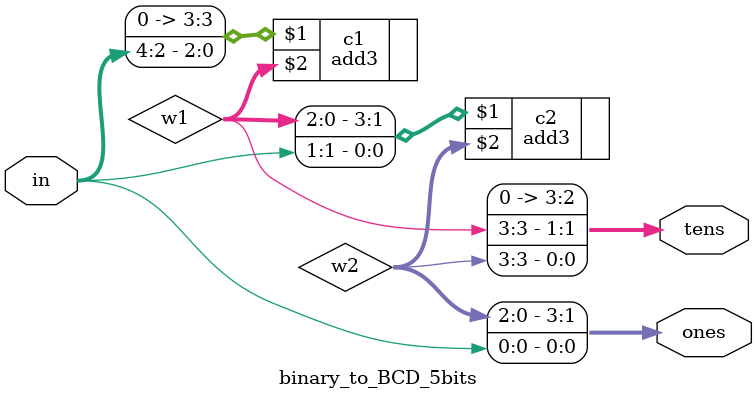
<source format=v>
module binary_to_BCD_5bits(
    input [4:0] in,
    output [3:0] ones,tens
    );
wire [3:0] w1,w2;
add3 c1({1'b0,in[4:2]},w1);
add3 c2({w1[2:0],in[1]},w2);

assign ones = {w2[2:0],in[0]};
assign tens = {2'b00,w1[3],w2[3]};
endmodule

</source>
